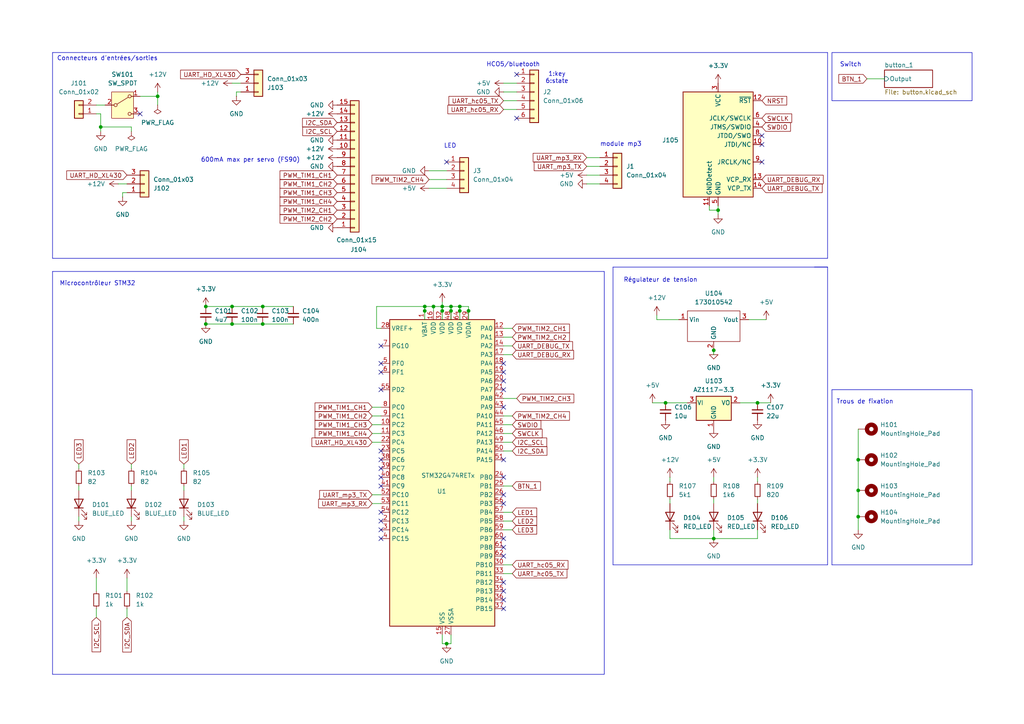
<source format=kicad_sch>
(kicad_sch (version 20231120) (generator "eeschema") (generator_version "8.0")
  (paper "A4")
  (title_block (title "Projet Corps") (date "2024-03-07") (rev "1.0") (company "ENSEA"))
  (lib_symbols
    (symbol "+5V_1" (power) (pin_numbers hide) (pin_names (offset 0) hide)
      (property "Value" "+5V" (at 0 3.556 0))
      (symbol "+5V_1_1_1"
        (pin power_in line (at 0 0 90) (length 0) (name "~") (number "1"))
      )
    )
    (symbol "+5V_2" (power) (pin_numbers hide) (pin_names (offset 0) hide)
      (property "Value" "+5V" (at 0 3.556 0))
      (symbol "+5V_2_1_1"
        (pin power_in line (at 0 0 90) (length 0) (name "~") (number "1"))
      )
    )
    (symbol "+5V_3" (power) (pin_numbers hide) (pin_names (offset 0) hide)
      (property "Value" "+5V" (at 0 3.556 0))
      (symbol "+5V_3_1_1"
        (pin power_in line (at 0 0 90) (length 0) (name "~") (number "1"))
      )
    )
    (symbol "173010542_1"
      (property "Reference" "U" (at -5.842 5.334 0))
      (property "Value" "173010542" (at 0 0 0))
      (symbol "173010542_1_1_1"
        (pin power_in line (at -10.16 1.27 0) (length 2.54) (name "Vin") (number "1"))
        (pin power_in line (at 0 -7.62 90) (length 2.54) (name "GND") (number "2"))
        (pin power_out line (at 10.16 1.27 180) (length 2.54) (name "Vout") (number "3"))
      )
    )
    (symbol "Connector:Conn_ST_STDC14"
      (property "Reference" "J" (at -8.89 16.51 0))
      (property "Value" "Conn_ST_STDC14" (at 17.78 16.51 0))
      (symbol "Conn_ST_STDC14_1_1"
        (pin no_connect line (at -10.16 5.08 0) (length 2.54) hide (name "NC") (number "1"))
        (pin output line (at 12.7 0 180) (length 2.54) (name "JTDI/NC") (number "10"))
        (pin passive line (at -2.54 -17.78 90) (length 2.54) (name "GNDDetect") (number "11"))
        (pin open_collector line (at 12.7 12.7 180) (length 2.54) (name "~{RST}") (number "12"))
        (pin output line (at 12.7 -10.16 180) (length 2.54) (name "VCP_RX") (number "13"))
        (pin input line (at 12.7 -12.7 180) (length 2.54) (name "VCP_TX") (number "14"))
        (pin no_connect line (at -10.16 2.54 0) (length 2.54) hide (name "NC") (number "2"))
        (pin power_in line (at 0 17.78 270) (length 2.54) (name "VCC") (number "3"))
        (pin bidirectional line (at 12.7 5.08 180) (length 2.54) (name "JTMS/SWDIO") (number "4"))
        (pin power_in line (at 0 -17.78 90) (length 2.54) (name "GND") (number "5"))
        (pin output line (at 12.7 7.62 180) (length 2.54) (name "JCLK/SWCLK") (number "6"))
        (pin passive line (at 0 -17.78 90) (length 2.54) hide (name "GND") (number "7"))
        (pin input line (at 12.7 2.54 180) (length 2.54) (name "JTDO/SWO") (number "8"))
        (pin input line (at 12.7 -5.08 180) (length 2.54) (name "JRCLK/NC") (number "9"))
      )
    )
    (symbol "Connector_Generic:Conn_01x02" (pin_names (offset 1.016) hide)
      (property "Reference" "J" (at 0 2.54 0))
      (property "Value" "Conn_01x02" (at 0 -5.08 0))
      (symbol "Conn_01x02_1_1"
        (pin passive line (at -5.08 0 0) (length 3.81) (name "Pin_1") (number "1"))
        (pin passive line (at -5.08 -2.54 0) (length 3.81) (name "Pin_2") (number "2"))
      )
    )
    (symbol "Connector_Generic:Conn_01x03" (pin_names (offset 1.016) hide)
      (property "Reference" "J" (at 0 5.08 0))
      (property "Value" "Conn_01x03" (at 0 -5.08 0))
      (symbol "Conn_01x03_1_1"
        (pin passive line (at -5.08 2.54 0) (length 3.81) (name "Pin_1") (number "1"))
        (pin passive line (at -5.08 0 0) (length 3.81) (name "Pin_2") (number "2"))
        (pin passive line (at -5.08 -2.54 0) (length 3.81) (name "Pin_3") (number "3"))
      )
    )
    (symbol "Connector_Generic:Conn_01x04" (pin_names (offset 1.016) hide)
      (property "Reference" "J" (at 0 5.08 0))
      (property "Value" "Conn_01x04" (at 0 -7.62 0))
      (symbol "Conn_01x04_1_1"
        (pin passive line (at -5.08 2.54 0) (length 3.81) (name "Pin_1") (number "1"))
        (pin passive line (at -5.08 0 0) (length 3.81) (name "Pin_2") (number "2"))
        (pin passive line (at -5.08 -2.54 0) (length 3.81) (name "Pin_3") (number "3"))
        (pin passive line (at -5.08 -5.08 0) (length 3.81) (name "Pin_4") (number "4"))
      )
    )
    (symbol "Connector_Generic:Conn_01x06" (pin_names (offset 1.016) hide)
      (property "Reference" "J" (at 0 7.62 0))
      (property "Value" "Conn_01x06" (at 0 -10.16 0))
      (symbol "Conn_01x06_1_1"
        (pin passive line (at -5.08 5.08 0) (length 3.81) (name "Pin_1") (number "1"))
        (pin passive line (at -5.08 2.54 0) (length 3.81) (name "Pin_2") (number "2"))
        (pin passive line (at -5.08 0 0) (length 3.81) (name "Pin_3") (number "3"))
        (pin passive line (at -5.08 -2.54 0) (length 3.81) (name "Pin_4") (number "4"))
        (pin passive line (at -5.08 -5.08 0) (length 3.81) (name "Pin_5") (number "5"))
        (pin passive line (at -5.08 -7.62 0) (length 3.81) (name "Pin_6") (number "6"))
      )
    )
    (symbol "Connector_Generic:Conn_01x15" (pin_names (offset 1.016) hide)
      (property "Reference" "J" (at 0 20.32 0))
      (property "Value" "Conn_01x15" (at 0 -20.32 0))
      (symbol "Conn_01x15_1_1"
        (pin passive line (at -5.08 17.78 0) (length 3.81) (name "Pin_1") (number "1"))
        (pin passive line (at -5.08 -5.08 0) (length 3.81) (name "Pin_10") (number "10"))
        (pin passive line (at -5.08 -7.62 0) (length 3.81) (name "Pin_11") (number "11"))
        (pin passive line (at -5.08 -10.16 0) (length 3.81) (name "Pin_12") (number "12"))
        (pin passive line (at -5.08 -12.7 0) (length 3.81) (name "Pin_13") (number "13"))
        (pin passive line (at -5.08 -15.24 0) (length 3.81) (name "Pin_14") (number "14"))
        (pin passive line (at -5.08 -17.78 0) (length 3.81) (name "Pin_15") (number "15"))
        (pin passive line (at -5.08 15.24 0) (length 3.81) (name "Pin_2") (number "2"))
        (pin passive line (at -5.08 12.7 0) (length 3.81) (name "Pin_3") (number "3"))
        (pin passive line (at -5.08 10.16 0) (length 3.81) (name "Pin_4") (number "4"))
        (pin passive line (at -5.08 7.62 0) (length 3.81) (name "Pin_5") (number "5"))
        (pin passive line (at -5.08 5.08 0) (length 3.81) (name "Pin_6") (number "6"))
        (pin passive line (at -5.08 2.54 0) (length 3.81) (name "Pin_7") (number "7"))
        (pin passive line (at -5.08 0 0) (length 3.81) (name "Pin_8") (number "8"))
        (pin passive line (at -5.08 -2.54 0) (length 3.81) (name "Pin_9") (number "9"))
      )
    )
    (symbol "Device:C_Small" (pin_numbers hide) (pin_names (offset 0.254) hide)
      (property "Reference" "C" (at 0.254 1.778 0))
      (property "Value" "C_Small" (at 0.254 -2.032 0))
      (symbol "C_Small_1_1"
        (pin passive line (at 0 2.54 270) (length 2.032) (name "~") (number "1"))
        (pin passive line (at 0 -2.54 90) (length 2.032) (name "~") (number "2"))
      )
    )
    (symbol "Device:LED" (pin_numbers hide) (pin_names (offset 1.016) hide)
      (property "Reference" "D" (at 0 2.54 0))
      (property "Value" "LED" (at 0 -2.54 0))
      (symbol "LED_1_1"
        (pin passive line (at -3.81 0 0) (length 2.54) (name "K") (number "1"))
        (pin passive line (at 3.81 0 180) (length 2.54) (name "A") (number "2"))
      )
    )
    (symbol "Device:R_Small" (pin_numbers hide) (pin_names (offset 0.254) hide)
      (property "Reference" "R" (at 0.762 0.508 0))
      (property "Value" "R_Small" (at 0.762 -1.016 0))
      (symbol "R_Small_1_1"
        (pin passive line (at 0 2.54 270) (length 0.762) (name "~") (number "1"))
        (pin passive line (at 0 -2.54 90) (length 0.762) (name "~") (number "2"))
      )
    )
    (symbol "GND_1" (power) (pin_numbers hide) (pin_names (offset 0) hide)
      (property "Value" "GND" (at 0 -3.81 0))
      (symbol "GND_1_1_1"
        (pin power_in line (at 0 0 270) (length 0) (name "~") (number "1"))
      )
    )
    (symbol "GND_2" (power) (pin_numbers hide) (pin_names (offset 0) hide)
      (property "Value" "GND" (at 0 -3.81 0))
      (symbol "GND_2_1_1"
        (pin power_in line (at 0 0 270) (length 0) (name "~") (number "1"))
      )
    )
    (symbol "GND_3" (power) (pin_numbers hide) (pin_names (offset 0) hide)
      (property "Value" "GND" (at 0 -3.81 0))
      (symbol "GND_3_1_1"
        (pin power_in line (at 0 0 270) (length 0) (name "~") (number "1"))
      )
    )
    (symbol "GND_4" (power) (pin_numbers hide) (pin_names (offset 0) hide)
      (property "Value" "GND" (at 0 -3.81 0))
      (symbol "GND_4_1_1"
        (pin power_in line (at 0 0 270) (length 0) (name "~") (number "1"))
      )
    )
    (symbol "MCU_ST_STM32G4:STM32G474RETx"
      (property "Reference" "U" (at -15.24 46.99 0))
      (property "Value" "STM32G474RETx" (at 10.16 46.99 0))
      (symbol "STM32G474RETx_1_1"
        (pin power_in line (at -5.08 48.26 270) (length 2.54) (name "VBAT") (number "1"))
        (pin bidirectional line (at -17.78 15.24 0) (length 2.54) (name "PC2") (number "10"))
        (pin bidirectional line (at -17.78 12.7 0) (length 2.54) (name "PC3") (number "11"))
        (pin bidirectional line (at 17.78 43.18 180) (length 2.54) (name "PA0") (number "12"))
        (pin bidirectional line (at 17.78 40.64 180) (length 2.54) (name "PA1") (number "13"))
        (pin bidirectional line (at 17.78 38.1 180) (length 2.54) (name "PA2") (number "14"))
        (pin power_in line (at 0 -45.72 90) (length 2.54) (name "VSS") (number "15"))
        (pin power_in line (at -2.54 48.26 270) (length 2.54) (name "VDD") (number "16"))
        (pin bidirectional line (at 17.78 35.56 180) (length 2.54) (name "PA3") (number "17"))
        (pin bidirectional line (at 17.78 33.02 180) (length 2.54) (name "PA4") (number "18"))
        (pin bidirectional line (at 17.78 30.48 180) (length 2.54) (name "PA5") (number "19"))
        (pin bidirectional line (at -17.78 -12.7 0) (length 2.54) (name "PC13") (number "2"))
        (pin bidirectional line (at 17.78 27.94 180) (length 2.54) (name "PA6") (number "20"))
        (pin bidirectional line (at 17.78 25.4 180) (length 2.54) (name "PA7") (number "21"))
        (pin bidirectional line (at -17.78 10.16 0) (length 2.54) (name "PC4") (number "22"))
        (pin bidirectional line (at -17.78 7.62 0) (length 2.54) (name "PC5") (number "23"))
        (pin bidirectional line (at 17.78 0 180) (length 2.54) (name "PB0") (number "24"))
        (pin bidirectional line (at 17.78 -2.54 180) (length 2.54) (name "PB1") (number "25"))
        (pin bidirectional line (at 17.78 -5.08 180) (length 2.54) (name "PB2") (number "26"))
        (pin power_in line (at 2.54 -45.72 90) (length 2.54) (name "VSSA") (number "27"))
        (pin input line (at -17.78 43.18 0) (length 2.54) (name "VREF+") (number "28"))
        (pin power_in line (at 7.62 48.26 270) (length 2.54) (name "VDDA") (number "29"))
        (pin bidirectional line (at -17.78 -15.24 0) (length 2.54) (name "PC14") (number "3"))
        (pin bidirectional line (at 17.78 -25.4 180) (length 2.54) (name "PB10") (number "30"))
        (pin passive line (at 0 -45.72 90) (length 2.54) hide (name "VSS") (number "31"))
        (pin power_in line (at 0 48.26 270) (length 2.54) (name "VDD") (number "32"))
        (pin bidirectional line (at 17.78 -27.94 180) (length 2.54) (name "PB11") (number "33"))
        (pin bidirectional line (at 17.78 -30.48 180) (length 2.54) (name "PB12") (number "34"))
        (pin bidirectional line (at 17.78 -33.02 180) (length 2.54) (name "PB13") (number "35"))
        (pin bidirectional line (at 17.78 -35.56 180) (length 2.54) (name "PB14") (number "36"))
        (pin bidirectional line (at 17.78 -38.1 180) (length 2.54) (name "PB15") (number "37"))
        (pin bidirectional line (at -17.78 5.08 0) (length 2.54) (name "PC6") (number "38"))
        (pin bidirectional line (at -17.78 2.54 0) (length 2.54) (name "PC7") (number "39"))
        (pin bidirectional line (at -17.78 -17.78 0) (length 2.54) (name "PC15") (number "4"))
        (pin bidirectional line (at -17.78 0 0) (length 2.54) (name "PC8") (number "40"))
        (pin bidirectional line (at -17.78 -2.54 0) (length 2.54) (name "PC9") (number "41"))
        (pin bidirectional line (at 17.78 22.86 180) (length 2.54) (name "PA8") (number "42"))
        (pin bidirectional line (at 17.78 20.32 180) (length 2.54) (name "PA9") (number "43"))
        (pin bidirectional line (at 17.78 17.78 180) (length 2.54) (name "PA10") (number "44"))
        (pin bidirectional line (at 17.78 15.24 180) (length 2.54) (name "PA11") (number "45"))
        (pin bidirectional line (at 17.78 12.7 180) (length 2.54) (name "PA12") (number "46"))
        (pin passive line (at 0 -45.72 90) (length 2.54) hide (name "VSS") (number "47"))
        (pin power_in line (at 2.54 48.26 270) (length 2.54) (name "VDD") (number "48"))
        (pin bidirectional line (at 17.78 10.16 180) (length 2.54) (name "PA13") (number "49"))
        (pin bidirectional line (at -17.78 33.02 0) (length 2.54) (name "PF0") (number "5"))
        (pin bidirectional line (at 17.78 7.62 180) (length 2.54) (name "PA14") (number "50"))
        (pin bidirectional line (at 17.78 5.08 180) (length 2.54) (name "PA15") (number "51"))
        (pin bidirectional line (at -17.78 -5.08 0) (length 2.54) (name "PC10") (number "52"))
        (pin bidirectional line (at -17.78 -7.62 0) (length 2.54) (name "PC11") (number "53"))
        (pin bidirectional line (at -17.78 -10.16 0) (length 2.54) (name "PC12") (number "54"))
        (pin bidirectional line (at -17.78 25.4 0) (length 2.54) (name "PD2") (number "55"))
        (pin bidirectional line (at 17.78 -7.62 180) (length 2.54) (name "PB3") (number "56"))
        (pin bidirectional line (at 17.78 -10.16 180) (length 2.54) (name "PB4") (number "57"))
        (pin bidirectional line (at 17.78 -12.7 180) (length 2.54) (name "PB5") (number "58"))
        (pin bidirectional line (at 17.78 -15.24 180) (length 2.54) (name "PB6") (number "59"))
        (pin bidirectional line (at -17.78 30.48 0) (length 2.54) (name "PF1") (number "6"))
        (pin bidirectional line (at 17.78 -17.78 180) (length 2.54) (name "PB7") (number "60"))
        (pin bidirectional line (at 17.78 -20.32 180) (length 2.54) (name "PB8") (number "61"))
        (pin bidirectional line (at 17.78 -22.86 180) (length 2.54) (name "PB9") (number "62"))
        (pin passive line (at 0 -45.72 90) (length 2.54) hide (name "VSS") (number "63"))
        (pin power_in line (at 5.08 48.26 270) (length 2.54) (name "VDD") (number "64"))
        (pin bidirectional line (at -17.78 38.1 0) (length 2.54) (name "PG10") (number "7"))
        (pin bidirectional line (at -17.78 20.32 0) (length 2.54) (name "PC0") (number "8"))
        (pin bidirectional line (at -17.78 17.78 0) (length 2.54) (name "PC1") (number "9"))
      )
    )
    (symbol "Mechanical:MountingHole_Pad" (pin_numbers hide) (pin_names (offset 1.016) hide)
      (property "Reference" "H" (at 0 6.35 0))
      (property "Value" "MountingHole_Pad" (at 0 4.445 0))
      (symbol "MountingHole_Pad_1_1"
        (pin input line (at 0 -2.54 90) (length 2.54) (name "1") (number "1"))
      )
    )
    (symbol "Regulator_Linear:AZ1117-3.3" (pin_names (offset 0.254))
      (property "Reference" "U" (at -3.81 3.175 0))
      (property "Value" "AZ1117-3.3" (at 0 3.175 0))
      (symbol "AZ1117-3.3_1_1"
        (pin power_in line (at 0 -7.62 90) (length 2.54) (name "GND") (number "1"))
        (pin power_out line (at 7.62 0 180) (length 2.54) (name "VO") (number "2"))
        (pin power_in line (at -7.62 0 0) (length 2.54) (name "VI") (number "3"))
      )
    )
    (symbol "Switch:SW_SPDT" (pin_names (offset 0) hide)
      (property "Reference" "SW" (at 0 5.08 0))
      (property "Value" "SW_SPDT" (at 0 -5.08 0))
      (symbol "SW_SPDT_1_1"
        (pin passive line (at 5.08 2.54 180) (length 2.54) (name "A") (number "1"))
        (pin passive line (at -5.08 0 0) (length 2.54) (name "B") (number "2"))
        (pin passive line (at 5.08 -2.54 180) (length 2.54) (name "C") (number "3"))
      )
    )
    (symbol "power:+12V" (power) (pin_numbers hide) (pin_names (offset 0) hide)
      (property "Value" "+12V" (at 0 3.556 0))
      (symbol "+12V_1_1"
        (pin power_in line (at 0 0 90) (length 0) (name "~") (number "1"))
      )
    )
    (symbol "power:+3.3V" (power) (pin_names (offset 0))
      (property "Value" "+3.3V" (at 0 3.556 0))
      (symbol "+3.3V_1_1"
        (pin power_in line (at 0 0 90) (length 0) hide (name "+3.3V") (number "1"))
      )
    )
    (symbol "power:+5V" (power) (pin_names (offset 0))
      (property "Value" "+5V" (at 0 3.556 0))
      (symbol "+5V_1_1"
        (pin power_in line (at 0 0 90) (length 0) hide (name "+5V") (number "1"))
      )
    )
    (symbol "power:GND" (power) (pin_names (offset 0))
      (property "Value" "GND" (at 0 -3.81 0))
      (symbol "GND_1_1"
        (pin power_in line (at 0 0 270) (length 0) hide (name "GND") (number "1"))
      )
    )
    (symbol "power:PWR_FLAG" (power) (pin_numbers hide) (pin_names (offset 0) hide)
      (property "Value" "PWR_FLAG" (at 0 3.81 0))
      (symbol "PWR_FLAG_0_0"
        (pin power_out line (at 0 0 90) (length 0) (name "~") (number "1"))
      )
    )
  )
  (junction (at 123.19 88.9))
  (junction (at 193.04 116.84))
  (junction (at 207.01 101.6))
  (junction (at 128.27 88.9))
  (junction (at 248.92 142.24))
  (junction (at 208.28 60.96))
  (junction (at 59.69 88.9))
  (junction (at 128.27 90.17))
  (junction (at 129.54 186.69))
  (junction (at 125.73 88.9))
  (junction (at 130.81 88.9))
  (junction (at 76.2 88.9))
  (junction (at 130.81 90.17))
  (junction (at 219.71 116.84))
  (junction (at 67.31 88.9))
  (junction (at 207.01 156.21))
  (junction (at 248.92 133.35))
  (junction (at 133.35 90.17))
  (junction (at 135.89 90.17))
  (junction (at 76.2 93.98))
  (junction (at 59.69 93.98))
  (junction (at 45.72 27.94))
  (junction (at 123.19 90.17))
  (junction (at 133.35 88.9))
  (junction (at 67.31 93.98))
  (junction (at 29.21 36.83))
  (junction (at 248.92 149.86))
  (no_connect (at 149.86 34.29))
  (no_connect (at 110.49 105.41))
  (no_connect (at 146.05 113.03))
  (no_connect (at 146.05 176.53))
  (no_connect (at 110.49 107.95))
  (no_connect (at 146.05 110.49))
  (no_connect (at 220.98 46.99))
  (no_connect (at 146.05 161.29))
  (no_connect (at 149.86 21.59))
  (no_connect (at 129.54 46.99))
  (no_connect (at 110.49 135.89))
  (no_connect (at 110.49 151.13))
  (no_connect (at 40.64 33.02))
  (no_connect (at 146.05 118.11))
  (no_connect (at 110.49 148.59))
  (no_connect (at 220.98 39.37))
  (no_connect (at 146.05 133.35))
  (no_connect (at 110.49 130.81))
  (no_connect (at 146.05 146.05))
  (no_connect (at 146.05 156.21))
  (no_connect (at 146.05 168.91))
  (no_connect (at 110.49 113.03))
  (no_connect (at 110.49 156.21))
  (no_connect (at 146.05 143.51))
  (no_connect (at 146.05 138.43))
  (no_connect (at 110.49 100.33))
  (no_connect (at 110.49 153.67))
  (no_connect (at 146.05 173.99))
  (no_connect (at 110.49 140.97))
  (no_connect (at 220.98 41.91))
  (no_connect (at 146.05 105.41))
  (no_connect (at 110.49 133.35))
  (no_connect (at 146.05 158.75))
  (no_connect (at 146.05 171.45))
  (no_connect (at 146.05 107.95))
  (no_connect (at 110.49 138.43))
  (wire (pts (xy 207.01 156.21) (xy 219.71 156.21)))
  (wire (pts (xy 130.81 186.69) (xy 129.54 186.69)))
  (wire (pts (xy 53.34 149.86) (xy 53.34 151.13)))
  (wire (pts (xy 34.29 53.34) (xy 36.83 53.34)))
  (wire (pts (xy 107.95 143.51) (xy 110.49 143.51)))
  (wire (pts (xy 219.71 116.84) (xy 223.52 116.84)))
  (wire (pts (xy 133.35 90.17) (xy 133.35 92.71)))
  (wire (pts (xy 207.01 153.67) (xy 207.01 156.21)))
  (wire (pts (xy 107.95 123.19) (xy 110.49 123.19)))
  (wire (pts (xy 67.31 24.13) (xy 69.85 24.13)))
  (wire (pts (xy 207.01 144.78) (xy 207.01 146.05)))
  (wire (pts (xy 146.05 102.87) (xy 148.59 102.87)))
  (polyline (pts (xy 15.24 74.93) (xy 240.03 74.93)))
  (wire (pts (xy 107.95 118.11) (xy 110.49 118.11)))
  (wire (pts (xy 128.27 88.9) (xy 130.81 88.9)))
  (wire (pts (xy 128.27 88.9) (xy 128.27 90.17)))
  (wire (pts (xy 248.92 149.86) (xy 248.92 153.67)))
  (wire (pts (xy 53.34 134.62) (xy 53.34 135.89)))
  (polyline (pts (xy 240.03 15.24) (xy 15.24 15.24)))
  (polyline (pts (xy 240.03 74.93) (xy 240.03 15.24)))
  (wire (pts (xy 146.05 24.13) (xy 149.86 24.13)))
  (wire (pts (xy 109.22 95.25) (xy 109.22 88.9)))
  (wire (pts (xy 67.31 93.98) (xy 76.2 93.98)))
  (wire (pts (xy 146.05 125.73) (xy 148.59 125.73)))
  (polyline (pts (xy 240.03 163.83) (xy 240.03 77.47)))
  (wire (pts (xy 27.94 33.02) (xy 29.21 33.02)))
  (wire (pts (xy 22.86 140.97) (xy 22.86 142.24)))
  (wire (pts (xy 146.05 120.65) (xy 148.59 120.65)))
  (polyline (pts (xy 177.8 163.83) (xy 240.03 163.83)))
  (wire (pts (xy 170.18 53.34) (xy 173.99 53.34)))
  (wire (pts (xy 135.89 90.17) (xy 135.89 92.71)))
  (wire (pts (xy 59.69 93.98) (xy 67.31 93.98)))
  (wire (pts (xy 146.05 100.33) (xy 148.59 100.33)))
  (wire (pts (xy 107.95 120.65) (xy 110.49 120.65)))
  (wire (pts (xy 146.05 153.67) (xy 148.59 153.67)))
  (wire (pts (xy 251.46 22.86) (xy 256.54 22.86)))
  (wire (pts (xy 109.22 88.9) (xy 123.19 88.9)))
  (wire (pts (xy 133.35 90.17) (xy 133.35 88.9)))
  (wire (pts (xy 205.74 60.96) (xy 208.28 60.96)))
  (wire (pts (xy 248.92 124.46) (xy 248.92 133.35)))
  (wire (pts (xy 190.5 92.71) (xy 196.85 92.71)))
  (wire (pts (xy 219.71 153.67) (xy 219.71 156.21)))
  (wire (pts (xy 146.05 115.57) (xy 149.86 115.57)))
  (wire (pts (xy 135.89 88.9) (xy 133.35 88.9)))
  (wire (pts (xy 107.95 146.05) (xy 110.49 146.05)))
  (wire (pts (xy 133.35 88.9) (xy 130.81 88.9)))
  (polyline (pts (xy 240.03 77.47) (xy 177.8 77.47)))
  (wire (pts (xy 146.05 95.25) (xy 148.59 95.25)))
  (wire (pts (xy 130.81 90.17) (xy 130.81 92.71)))
  (wire (pts (xy 123.19 90.17) (xy 123.19 88.9)))
  (wire (pts (xy 109.22 95.25) (xy 110.49 95.25)))
  (wire (pts (xy 146.05 151.13) (xy 148.59 151.13)))
  (wire (pts (xy 76.2 93.98) (xy 85.09 93.98)))
  (wire (pts (xy 170.18 48.26) (xy 173.99 48.26)))
  (wire (pts (xy 27.94 30.48) (xy 30.48 30.48)))
  (polyline (pts (xy 15.24 78.74) (xy 15.24 195.58)))
  (wire (pts (xy 128.27 88.9) (xy 125.73 88.9)))
  (wire (pts (xy 208.28 59.69) (xy 208.28 60.96)))
  (wire (pts (xy 40.64 27.94) (xy 45.72 27.94)))
  (wire (pts (xy 194.31 144.78) (xy 194.31 146.05)))
  (wire (pts (xy 194.31 156.21) (xy 194.31 153.67)))
  (wire (pts (xy 107.95 128.27) (xy 110.49 128.27)))
  (wire (pts (xy 207.01 138.43) (xy 207.01 139.7)))
  (wire (pts (xy 146.05 123.19) (xy 148.59 123.19)))
  (wire (pts (xy 189.23 116.84) (xy 193.04 116.84)))
  (wire (pts (xy 135.89 90.17) (xy 135.89 88.9)))
  (wire (pts (xy 124.46 52.07) (xy 129.54 52.07)))
  (wire (pts (xy 146.05 29.21) (xy 149.86 29.21)))
  (wire (pts (xy 36.83 167.64) (xy 36.83 171.45)))
  (wire (pts (xy 68.58 26.67) (xy 68.58 27.94)))
  (polyline (pts (xy 15.24 195.58) (xy 175.26 195.58)))
  (wire (pts (xy 219.71 138.43) (xy 219.71 139.7)))
  (wire (pts (xy 36.83 55.88) (xy 35.56 55.88)))
  (wire (pts (xy 124.46 54.61) (xy 129.54 54.61)))
  (wire (pts (xy 170.18 45.72) (xy 173.99 45.72)))
  (wire (pts (xy 146.05 163.83) (xy 148.59 163.83)))
  (wire (pts (xy 59.69 88.9) (xy 67.31 88.9)))
  (polyline (pts (xy 175.26 195.58) (xy 175.26 78.74)))
  (wire (pts (xy 22.86 134.62) (xy 22.86 135.89)))
  (wire (pts (xy 190.5 91.44) (xy 190.5 92.71)))
  (polyline (pts (xy 241.3 113.03) (xy 281.94 113.03)))
  (wire (pts (xy 219.71 144.78) (xy 219.71 146.05)))
  (wire (pts (xy 130.81 88.9) (xy 130.81 90.17)))
  (wire (pts (xy 146.05 140.97) (xy 148.59 140.97)))
  (wire (pts (xy 128.27 87.63) (xy 128.27 88.9)))
  (polyline (pts (xy 236.22 77.47) (xy 240.03 77.47)))
  (wire (pts (xy 124.46 49.53) (xy 129.54 49.53)))
  (polyline (pts (xy 241.3 113.03) (xy 241.3 163.83)))
  (wire (pts (xy 248.92 142.24) (xy 248.92 149.86)))
  (wire (pts (xy 207.01 156.21) (xy 194.31 156.21)))
  (wire (pts (xy 38.1 140.97) (xy 38.1 142.24)))
  (wire (pts (xy 123.19 88.9) (xy 125.73 88.9)))
  (wire (pts (xy 146.05 26.67) (xy 149.86 26.67)))
  (wire (pts (xy 217.17 92.71) (xy 222.25 92.71)))
  (wire (pts (xy 146.05 130.81) (xy 148.59 130.81)))
  (wire (pts (xy 35.56 55.88) (xy 35.56 57.15)))
  (wire (pts (xy 38.1 38.1) (xy 38.1 36.83)))
  (wire (pts (xy 170.18 50.8) (xy 173.99 50.8)))
  (wire (pts (xy 128.27 184.15) (xy 128.27 186.69)))
  (wire (pts (xy 146.05 148.59) (xy 148.59 148.59)))
  (wire (pts (xy 146.05 31.75) (xy 149.86 31.75)))
  (wire (pts (xy 29.21 36.83) (xy 38.1 36.83)))
  (wire (pts (xy 205.74 59.69) (xy 205.74 60.96)))
  (wire (pts (xy 76.2 88.9) (xy 85.09 88.9)))
  (wire (pts (xy 69.85 26.67) (xy 68.58 26.67)))
  (wire (pts (xy 248.92 133.35) (xy 248.92 142.24)))
  (wire (pts (xy 27.94 167.64) (xy 27.94 171.45)))
  (polyline (pts (xy 281.94 163.83) (xy 281.94 113.03)))
  (wire (pts (xy 45.72 26.67) (xy 45.72 27.94)))
  (wire (pts (xy 45.72 27.94) (xy 45.72 30.48)))
  (wire (pts (xy 27.94 176.53) (xy 27.94 179.07)))
  (wire (pts (xy 146.05 128.27) (xy 148.59 128.27)))
  (polyline (pts (xy 177.8 77.47) (xy 177.8 163.83)))
  (wire (pts (xy 193.04 116.84) (xy 199.39 116.84)))
  (polyline (pts (xy 241.3 163.83) (xy 281.94 163.83)))
  (wire (pts (xy 53.34 140.97) (xy 53.34 142.24)))
  (wire (pts (xy 38.1 149.86) (xy 38.1 151.13)))
  (polyline (pts (xy 15.24 15.24) (xy 15.24 74.93)))
  (wire (pts (xy 130.81 184.15) (xy 130.81 186.69)))
  (wire (pts (xy 207.01 101.6) (xy 207.01 102.87)))
  (wire (pts (xy 29.21 36.83) (xy 29.21 38.1)))
  (wire (pts (xy 67.31 88.9) (xy 76.2 88.9)))
  (wire (pts (xy 107.95 125.73) (xy 110.49 125.73)))
  (wire (pts (xy 194.31 138.43) (xy 194.31 139.7)))
  (wire (pts (xy 214.63 116.84) (xy 219.71 116.84)))
  (wire (pts (xy 38.1 134.62) (xy 38.1 135.89)))
  (wire (pts (xy 146.05 97.79) (xy 148.59 97.79)))
  (wire (pts (xy 36.83 176.53) (xy 36.83 179.07)))
  (wire (pts (xy 128.27 186.69) (xy 129.54 186.69)))
  (polyline (pts (xy 15.24 78.74) (xy 175.26 78.74)))
  (wire (pts (xy 125.73 88.9) (xy 125.73 90.17)))
  (wire (pts (xy 29.21 33.02) (xy 29.21 36.83)))
  (wire (pts (xy 123.19 90.17) (xy 123.19 92.71)))
  (wire (pts (xy 208.28 60.96) (xy 208.28 62.23)))
  (wire (pts (xy 146.05 166.37) (xy 148.59 166.37)))
  (wire (pts (xy 128.27 90.17) (xy 128.27 92.71)))
  (wire (pts (xy 22.86 149.86) (xy 22.86 151.13)))
  (rectangle (start 241.3 15.24) (end 281.94 29.21))
  (text "HCO5/bluetooth\n" (at 148.844 18.796 0) (effects (font (size 1.27 1.27))))
  (text "600mA max per servo (FS90)" (at 72.644 46.482 0) (effects (font (size 1.27 1.27))))
  (text "module mp3\n\n\n\n" (at 180.086 44.958 0) (effects (font (size 1.27 1.27))))
  (text "Microcontrôleur STM32" (at 17.272 83.058 0) (effects (font (size 1.27 1.27)) (justify left bottom)))
  (text "Switch\n" (at 243.586 19.558 0) (effects (font (size 1.27 1.27)) (justify left bottom)))
  (text "Connecteurs d'entrées/sorties" (at 16.51 17.78 0) (effects (font (size 1.27 1.27)) (justify left bottom)))
  (text "Trous de fixation" (at 242.57 117.348 0) (effects (font (size 1.27 1.27)) (justify left bottom)))
  (text "1:key\n6:state\n" (at 161.544 22.606 0) (effects (font (size 1.27 1.27))))
  (text "LED\n" (at 130.556 42.418 0) (effects (font (size 1.27 1.27))))
  (text "Régulateur de tension\n" (at 180.848 82.042 0) (effects (font (size 1.27 1.27)) (justify left bottom)))
  (global_label "UART_HD_XL430" (shape input) (at 69.85 21.59 180) (property "Intersheetrefs" "${INTERSHEET_REFS}" (effects (hide yes))))
  (global_label "PWM_TIM1_CH2" (shape input) (at 97.79 53.34 180) (property "Intersheetrefs" "${INTERSHEET_REFS}" (effects (hide yes))))
  (global_label "I2C_SDA" (shape input) (at 148.59 130.81 0) (property "Intersheetrefs" "${INTERSHEET_REFS}" (effects (hide yes))))
  (global_label "NRST" (shape input) (at 220.98 29.21 0) (property "Intersheetrefs" "${INTERSHEET_REFS}" (effects (hide yes))))
  (global_label "LED1" (shape input) (at 53.34 134.62 90) (property "Intersheetrefs" "${INTERSHEET_REFS}" (effects (hide yes))))
  (global_label "SWCLK" (shape input) (at 148.59 125.73 0) (property "Intersheetrefs" "${INTERSHEET_REFS}" (effects (hide yes))))
  (global_label "UART_hc05_TX" (shape input) (at 146.05 29.21 180) (property "Intersheetrefs" "${INTERSHEET_REFS}" (effects (hide yes))))
  (global_label "PWM_TIM2_CH3" (shape input) (at 149.86 115.57 0) (property "Intersheetrefs" "${INTERSHEET_REFS}" (effects (hide yes))))
  (global_label "UART_mp3_RX" (shape input) (at 107.95 146.05 180) (property "Intersheetrefs" "${INTERSHEET_REFS}" (effects (hide yes))))
  (global_label "I2C_SCL" (shape input) (at 148.59 128.27 0) (property "Intersheetrefs" "${INTERSHEET_REFS}" (effects (hide yes))))
  (global_label "UART_mp3_RX" (shape input) (at 170.18 45.72 180) (property "Intersheetrefs" "${INTERSHEET_REFS}" (effects (hide yes))))
  (global_label "BTN_1" (shape input) (at 148.59 140.97 0) (property "Intersheetrefs" "${INTERSHEET_REFS}" (effects (hide yes))))
  (global_label "SWCLK" (shape input) (at 220.98 34.29 0) (property "Intersheetrefs" "${INTERSHEET_REFS}" (effects (hide yes))))
  (global_label "UART_hc05_RX" (shape input) (at 148.59 163.83 0) (property "Intersheetrefs" "${INTERSHEET_REFS}" (effects (hide yes))))
  (global_label "PWM_TIM1_CH3" (shape input) (at 107.95 123.19 180) (property "Intersheetrefs" "${INTERSHEET_REFS}" (effects (hide yes))))
  (global_label "PWM_TIM2_CH2" (shape input) (at 148.59 97.79 0) (property "Intersheetrefs" "${INTERSHEET_REFS}" (effects (hide yes))))
  (global_label "PWM_TIM1_CH2" (shape input) (at 107.95 120.65 180) (property "Intersheetrefs" "${INTERSHEET_REFS}" (effects (hide yes))))
  (global_label "PWM_TIM1_CH4" (shape input) (at 107.95 125.73 180) (property "Intersheetrefs" "${INTERSHEET_REFS}" (effects (hide yes))))
  (global_label "BTN_1" (shape input) (at 251.46 22.86 180) (property "Intersheetrefs" "${INTERSHEET_REFS}" (effects (hide yes))))
  (global_label "LED3" (shape input) (at 22.86 134.62 90) (property "Intersheetrefs" "${INTERSHEET_REFS}" (effects (hide yes))))
  (global_label "PWM_TIM1_CH1" (shape input) (at 97.79 50.8 180) (property "Intersheetrefs" "${INTERSHEET_REFS}" (effects (hide yes))))
  (global_label "UART_HD_XL430" (shape input) (at 107.95 128.27 180) (property "Intersheetrefs" "${INTERSHEET_REFS}" (effects (hide yes))))
  (global_label "SWDIO" (shape input) (at 220.98 36.83 0) (property "Intersheetrefs" "${INTERSHEET_REFS}" (effects (hide yes))))
  (global_label "I2C_SDA" (shape input) (at 36.83 179.07 270) (property "Intersheetrefs" "${INTERSHEET_REFS}" (effects (hide yes))))
  (global_label "I2C_SDA" (shape input) (at 97.79 35.56 180) (property "Intersheetrefs" "${INTERSHEET_REFS}" (effects (hide yes))))
  (global_label "PWM_TIM1_CH1" (shape input) (at 107.95 118.11 180) (property "Intersheetrefs" "${INTERSHEET_REFS}" (effects (hide yes))))
  (global_label "UART_hc05_TX" (shape input) (at 148.59 166.37 0) (property "Intersheetrefs" "${INTERSHEET_REFS}" (effects (hide yes))))
  (global_label "LED2" (shape input) (at 148.59 151.13 0) (property "Intersheetrefs" "${INTERSHEET_REFS}" (effects (hide yes))))
  (global_label "UART_DEBUG_RX" (shape input) (at 220.98 52.07 0) (property "Intersheetrefs" "${INTERSHEET_REFS}" (effects (hide yes))))
  (global_label "LED1" (shape input) (at 148.59 148.59 0) (property "Intersheetrefs" "${INTERSHEET_REFS}" (effects (hide yes))))
  (global_label "LED2" (shape input) (at 38.1 134.62 90) (property "Intersheetrefs" "${INTERSHEET_REFS}" (effects (hide yes))))
  (global_label "UART_HD_XL430" (shape input) (at 36.83 50.8 180) (property "Intersheetrefs" "${INTERSHEET_REFS}" (effects (hide yes))))
  (global_label "I2C_SCL" (shape input) (at 97.79 38.1 180) (property "Intersheetrefs" "${INTERSHEET_REFS}" (effects (hide yes))))
  (global_label "PWM_TIM1_CH3" (shape input) (at 97.79 55.88 180) (property "Intersheetrefs" "${INTERSHEET_REFS}" (effects (hide yes))))
  (global_label "PWM_TIM2_CH1" (shape input) (at 97.79 60.96 180) (property "Intersheetrefs" "${INTERSHEET_REFS}" (effects (hide yes))))
  (global_label "PWM_TIM2_CH4" (shape input) (at 124.46 52.07 180) (property "Intersheetrefs" "${INTERSHEET_REFS}" (effects (hide yes))))
  (global_label "UART_mp3_TX" (shape input) (at 107.95 143.51 180) (property "Intersheetrefs" "${INTERSHEET_REFS}" (effects (hide yes))))
  (global_label "UART_DEBUG_TX" (shape input) (at 220.98 54.61 0) (property "Intersheetrefs" "${INTERSHEET_REFS}" (effects (hide yes))))
  (global_label "PWM_TIM1_CH4" (shape input) (at 97.79 58.42 180) (property "Intersheetrefs" "${INTERSHEET_REFS}" (effects (hide yes))))
  (global_label "SWDIO" (shape input) (at 148.59 123.19 0) (property "Intersheetrefs" "${INTERSHEET_REFS}" (effects (hide yes))))
  (global_label "UART_DEBUG_TX" (shape input) (at 148.59 100.33 0) (property "Intersheetrefs" "${INTERSHEET_REFS}" (effects (hide yes))))
  (global_label "PWM_TIM2_CH1" (shape input) (at 148.59 95.25 0) (property "Intersheetrefs" "${INTERSHEET_REFS}" (effects (hide yes))))
  (global_label "LED3" (shape input) (at 148.59 153.67 0) (property "Intersheetrefs" "${INTERSHEET_REFS}" (effects (hide yes))))
  (global_label "PWM_TIM2_CH4" (shape input) (at 148.59 120.65 0) (property "Intersheetrefs" "${INTERSHEET_REFS}" (effects (hide yes))))
  (global_label "UART_mp3_TX" (shape input) (at 170.18 48.26 180) (property "Intersheetrefs" "${INTERSHEET_REFS}" (effects (hide yes))))
  (global_label "UART_hc05_RX" (shape input) (at 146.05 31.75 180) (property "Intersheetrefs" "${INTERSHEET_REFS}" (effects (hide yes))))
  (global_label "I2C_SCL" (shape input) (at 27.94 179.07 270) (property "Intersheetrefs" "${INTERSHEET_REFS}" (effects (hide yes))))
  (global_label "PWM_TIM2_CH2" (shape input) (at 97.79 63.5 180) (property "Intersheetrefs" "${INTERSHEET_REFS}" (effects (hide yes))))
  (global_label "UART_DEBUG_RX" (shape input) (at 148.59 102.87 0) (property "Intersheetrefs" "${INTERSHEET_REFS}" (effects (hide yes))))
  (symbol (lib_id "Device:C_Small") (at 219.71 119.38 0) (unit 1)
    (property "Reference" "C107" (at 222.25 118.1163 0) (effects (justify left)))
    (property "Value" "22u" (at 222.25 120.6563 0) (effects (justify left)))
    (property "Footprint" "Capacitor_SMD:C_Elec_5x5.4" (effects (hide yes)))
  )
  (symbol (lib_id "power:+3.3V") (at 36.83 167.64 0) (unit 1)
    (property "Reference" "#PWR0105" (effects (hide yes)))
    (property "Value" "+3.3V" (at 36.83 162.56 0))
  )
  (symbol (lib_name "GND_1") (lib_id "power:GND") (at 97.79 40.64 270) (unit 1)
    (property "Reference" "#PWR0115" (effects (hide yes)))
    (property "Value" "GND" (at 93.98 40.6399 90) (effects (justify right)))
    (property "Description" "Power symbol creates a global label with name \"GND\" , ground" (effects (hide yes)))
  )
  (symbol (lib_id "Connector_Generic:Conn_01x15") (at 102.87 48.26 0) (mirror x) (unit 1)
    (property "Reference" "J104" (at 101.6 72.39 0) (effects (justify left)))
    (property "Value" "Conn_01x15" (at 97.536 69.596 0) (effects (justify left)))
    (property "Footprint" "libs:CONN15_31321_WRE" (effects (hide yes)))
    (property "Datasheet" "https://www.we-online.com/components/products/datasheet/618015231421.pdf" (effects (hide yes)))
    (property "Description" "Generic connector, single row, 01x15, script generated (kicad-library-utils/schlib/autogen/connector/)" (effects (hide yes)))
    (property "MPN" "618015231421" (effects (hide yes)))
  )
  (symbol (lib_id "Device:R_Small") (at 53.34 138.43 0) (unit 1)
    (property "Reference" "R105" (at 55.88 137.1599 0) (effects (justify left)))
    (property "Value" "82" (at 55.88 139.6999 0) (effects (justify left)))
    (property "Footprint" "Resistor_SMD:R_0402_1005Metric" (effects (hide yes)))
    (property "Description" "Resistor, small symbol" (effects (hide yes)))
  )
  (symbol (lib_id "Device:R_Small") (at 194.31 142.24 0) (unit 1)
    (property "Reference" "R107" (at 196.85 140.9699 0) (effects (justify left)))
    (property "Value" "5k1" (at 196.85 143.5099 0) (effects (justify left)))
    (property "Footprint" "Resistor_SMD:R_0402_1005Metric" (effects (hide yes)))
    (property "Description" "Resistor, small symbol" (effects (hide yes)))
  )
  (symbol (lib_id "Device:R_Small") (at 219.71 142.24 0) (unit 1)
    (property "Reference" "R109" (at 222.25 140.9699 0) (effects (justify left)))
    (property "Value" "820" (at 222.25 143.5099 0) (effects (justify left)))
    (property "Footprint" "Resistor_SMD:R_0402_1005Metric" (effects (hide yes)))
    (property "Description" "Resistor, small symbol" (effects (hide yes)))
  )
  (symbol (lib_id "Connector_Generic:Conn_01x03") (at 74.93 24.13 0) (mirror x) (unit 1)
    (property "Reference" "J103" (at 77.47 25.4001 0) (effects (justify left)))
    (property "Value" "Conn_01x03" (at 77.47 22.8601 0) (effects (justify left)))
    (property "Footprint" "Connector_JST:JST_EH_B3B-EH-A_1x03_P2.50mm_Vertical" (effects (hide yes)))
    (property "Description" "Generic connector, single row, 01x03, script generated (kicad-library-utils/schlib/autogen/connector/)" (effects (hide yes)))
  )
  (symbol (lib_name "GND_4") (lib_id "power:GND") (at 170.18 53.34 270) (unit 1)
    (property "Reference" "#PWR06" (effects (hide yes)))
    (property "Value" "GND" (at 166.37 53.3399 90) (effects (justify right)))
    (property "Description" "Power symbol creates a global label with name \"GND\" , ground" (effects (hide yes)))
  )
  (symbol (lib_id "power:+12V") (at 97.79 43.18 90) (unit 1)
    (property "Reference" "#PWR0116" (effects (hide yes)))
    (property "Value" "+12V" (at 93.98 43.1799 90) (effects (justify left)))
    (property "Description" "Power symbol creates a global label with name \"+12V\"" (effects (hide yes)))
  )
  (symbol (lib_id "power:GND") (at 208.28 62.23 0) (unit 1)
    (property "Reference" "#PWR0125" (effects (hide yes)))
    (property "Value" "GND" (at 208.28 67.31 0))
  )
  (symbol (lib_id "Mechanical:MountingHole_Pad") (at 251.46 124.46 270) (unit 1)
    (property "Reference" "H101" (at 255.27 123.19 90) (effects (justify left)))
    (property "Value" "MountingHole_Pad" (at 255.27 125.73 90) (effects (justify left)))
    (property "Footprint" "MountingHole:MountingHole_3.2mm_M3_Pad_Via" (effects (hide yes)))
  )
  (symbol (lib_id "Connector_Generic:Conn_01x06") (at 154.94 26.67 0) (unit 1)
    (property "Reference" "J2" (at 157.48 26.6699 0) (effects (justify left)))
    (property "Value" "Conn_01x06" (at 157.48 29.2099 0) (effects (justify left)))
    (property "Footprint" "Connector_JST:JST_EH_B6B-EH-A_1x06_P2.50mm_Vertical" (effects (hide yes)))
    (property "Description" "Generic connector, single row, 01x06, script generated (kicad-library-utils/schlib/autogen/connector/)" (effects (hide yes)))
  )
  (symbol (lib_id "power:GND") (at 207.01 156.21 0) (unit 1)
    (property "Reference" "#PWR0133" (effects (hide yes)))
    (property "Value" "GND" (at 207.01 161.29 0))
  )
  (symbol (lib_id "power:+12V") (at 97.79 45.72 90) (unit 1)
    (property "Reference" "#PWR0117" (effects (hide yes)))
    (property "Value" "+12V" (at 93.98 45.7199 90) (effects (justify left)))
    (property "Description" "Power symbol creates a global label with name \"+12V\"" (effects (hide yes)))
  )
  (symbol (lib_id "Connector_Generic:Conn_01x03") (at 41.91 53.34 0) (mirror x) (unit 1)
    (property "Reference" "J102" (at 44.45 54.6101 0) (effects (justify left)))
    (property "Value" "Conn_01x03" (at 44.45 52.0701 0) (effects (justify left)))
    (property "Footprint" "Connector_JST:JST_EH_B3B-EH-A_1x03_P2.50mm_Vertical" (effects (hide yes)))
    (property "Description" "Generic connector, single row, 01x03, script generated (kicad-library-utils/schlib/autogen/connector/)" (effects (hide yes)))
  )
  (symbol (lib_id "Switch:SW_SPDT") (at 35.56 30.48 0) (unit 1)
    (property "Reference" "SW101" (at 35.56 21.59 0))
    (property "Value" "SW_SPDT" (at 35.56 24.13 0))
    (property "Footprint" "mylib:472123010111" (effects (hide yes)))
    (property "Datasheet" "https://www.we-online.com/components/products/datasheet/472123010111.pdf" (effects (hide yes)))
    (property "Description" "Switch, single pole double throw" (effects (hide yes)))
    (property "MPN" "472123010111" (effects (hide yes)))
  )
  (symbol (lib_name "+5V_1") (lib_id "power:+5V") (at 146.05 24.13 90) (unit 1)
    (property "Reference" "#PWR01" (effects (hide yes)))
    (property "Value" "+5V" (at 142.24 24.1299 90) (effects (justify left)))
    (property "Description" "Power symbol creates a global label with name \"+5V\"" (effects (hide yes)))
  )
  (symbol (lib_name "GND_1") (lib_id "power:GND") (at 35.56 57.15 0) (unit 1)
    (property "Reference" "#PWR0111" (effects (hide yes)))
    (property "Value" "GND" (at 35.56 62.23 0))
    (property "Description" "Power symbol creates a global label with name \"GND\" , ground" (effects (hide yes)))
  )
  (symbol (lib_id "Device:R_Small") (at 36.83 173.99 0) (unit 1)
    (property "Reference" "R102" (at 39.37 172.7199 0) (effects (justify left)))
    (property "Value" "1k" (at 39.37 175.2599 0) (effects (justify left)))
    (property "Footprint" "Resistor_SMD:R_0402_1005Metric" (effects (hide yes)))
    (property "Description" "Resistor, small symbol" (effects (hide yes)))
  )
  (symbol (lib_id "power:+3.3V") (at 208.28 24.13 0) (unit 1)
    (property "Reference" "#PWR0124" (effects (hide yes)))
    (property "Value" "+3.3V" (at 208.28 19.05 0))
  )
  (symbol (lib_id "Device:R_Small") (at 38.1 138.43 0) (unit 1)
    (property "Reference" "R104" (at 40.64 137.1599 0) (effects (justify left)))
    (property "Value" "82" (at 40.64 139.6999 0) (effects (justify left)))
    (property "Footprint" "Resistor_SMD:R_0402_1005Metric" (effects (hide yes)))
    (property "Description" "Resistor, small symbol" (effects (hide yes)))
  )
  (symbol (lib_id "power:+5V") (at 189.23 116.84 0) (unit 1)
    (property "Reference" "#PWR0128" (effects (hide yes)))
    (property "Value" "+5V" (at 189.23 111.76 0))
  )
  (symbol (lib_id "Device:R_Small") (at 22.86 138.43 0) (unit 1)
    (property "Reference" "R103" (at 25.4 137.1599 0) (effects (justify left)))
    (property "Value" "82" (at 25.4 139.6999 0) (effects (justify left)))
    (property "Footprint" "Resistor_SMD:R_0402_1005Metric" (effects (hide yes)))
    (property "Description" "Resistor, small symbol" (effects (hide yes)))
  )
  (symbol (lib_id "power:GND") (at 193.04 121.92 0) (unit 1)
    (property "Reference" "#PWR0130" (effects (hide yes)))
    (property "Value" "GND" (at 193.04 127 0))
  )
  (symbol (lib_id "power:GND") (at 129.54 186.69 0) (unit 1)
    (property "Reference" "#PWR0127" (effects (hide yes)))
    (property "Value" "GND" (at 129.54 191.77 0))
  )
  (symbol (lib_id "Device:C_Small") (at 67.31 91.44 0) (unit 1)
    (property "Reference" "C102" (at 69.85 90.1763 0) (effects (justify left)))
    (property "Value" "100n" (at 69.85 92.7163 0) (effects (justify left)))
    (property "Footprint" "Capacitor_SMD:C_0402_1005Metric" (effects (hide yes)))
  )
  (symbol (lib_name "GND_1") (lib_id "power:GND") (at 68.58 27.94 0) (unit 1)
    (property "Reference" "#PWR0112" (effects (hide yes)))
    (property "Value" "GND" (at 68.58 33.02 0))
    (property "Description" "Power symbol creates a global label with name \"GND\" , ground" (effects (hide yes)))
  )
  (symbol (lib_id "power:GND") (at 22.86 151.13 0) (unit 1)
    (property "Reference" "#PWR0107" (effects (hide yes)))
    (property "Value" "GND" (at 22.86 156.21 0))
  )
  (symbol (lib_id "power:+12V") (at 97.79 33.02 90) (unit 1)
    (property "Reference" "#PWR0114" (effects (hide yes)))
    (property "Value" "+12V" (at 93.98 33.0199 90) (effects (justify left)))
    (property "Description" "Power symbol creates a global label with name \"+12V\"" (effects (hide yes)))
  )
  (symbol (lib_id "Connector_Generic:Conn_01x04") (at 134.62 49.53 0) (unit 1)
    (property "Reference" "J3" (at 137.16 49.5299 0) (effects (justify left)))
    (property "Value" "Conn_01x04" (at 137.16 52.0699 0) (effects (justify left)))
    (property "Footprint" "Connector_JST:JST_EH_B4B-EH-A_1x04_P2.50mm_Vertical" (effects (hide yes)))
    (property "Description" "Generic connector, single row, 01x04, script generated (kicad-library-utils/schlib/autogen/connector/)" (effects (hide yes)))
  )
  (symbol (lib_id "Device:LED") (at 22.86 146.05 90) (unit 1)
    (property "Reference" "D101" (at 26.67 146.3674 90) (effects (justify right)))
    (property "Value" "BLUE_LED" (at 26.67 148.9074 90) (effects (justify right)))
    (property "Footprint" "LED_SMD:LED_0603_1608Metric" (effects (hide yes)))
    (property "Datasheet" "https://www.we-online.com/components/products/datasheet/150060RS55040.pdf" (effects (hide yes)))
    (property "Description" "Light emitting diode" (effects (hide yes)))
    (property "MPN" "150060BS55040" (effects (hide yes)))
  )
  (symbol (lib_id "power:+3.3V") (at 223.52 116.84 0) (unit 1)
    (property "Reference" "#PWR0139" (effects (hide yes)))
    (property "Value" "+3.3V" (at 223.52 111.76 0))
  )
  (symbol (lib_id "power:+3.3V") (at 59.69 88.9 0) (unit 1)
    (property "Reference" "#PWR0103" (effects (hide yes)))
    (property "Value" "+3.3V" (at 59.69 83.82 0))
  )
  (symbol (lib_id "power:GND") (at 53.34 151.13 0) (unit 1)
    (property "Reference" "#PWR0120" (effects (hide yes)))
    (property "Value" "GND" (at 53.34 156.21 0))
  )
  (symbol (lib_id "Device:LED") (at 38.1 146.05 90) (unit 1)
    (property "Reference" "D102" (at 41.91 146.3674 90) (effects (justify right)))
    (property "Value" "BLUE_LED" (at 41.91 148.9074 90) (effects (justify right)))
    (property "Footprint" "LED_SMD:LED_0603_1608Metric" (effects (hide yes)))
    (property "Datasheet" "https://www.we-online.com/components/products/datasheet/150060RS55040.pdf" (effects (hide yes)))
    (property "Description" "Light emitting diode" (effects (hide yes)))
    (property "MPN" "150060BS55040" (effects (hide yes)))
  )
  (symbol (lib_id "power:GND") (at 248.92 153.67 0) (unit 1)
    (property "Reference" "#PWR0140" (effects (hide yes)))
    (property "Value" "GND" (at 248.92 158.75 0))
  )
  (symbol (lib_name "GND_1") (lib_id "power:GND") (at 97.79 48.26 270) (unit 1)
    (property "Reference" "#PWR0118" (effects (hide yes)))
    (property "Value" "GND" (at 93.98 48.2599 90) (effects (justify right)))
    (property "Description" "Power symbol creates a global label with name \"GND\" , ground" (effects (hide yes)))
  )
  (symbol (lib_id "Mechanical:MountingHole_Pad") (at 251.46 133.35 270) (unit 1)
    (property "Reference" "H102" (at 255.27 132.08 90) (effects (justify left)))
    (property "Value" "MountingHole_Pad" (at 255.27 134.62 90) (effects (justify left)))
    (property "Footprint" "MountingHole:MountingHole_3.2mm_M3_Pad_Via" (effects (hide yes)))
  )
  (symbol (lib_name "GND_2") (lib_id "power:GND") (at 146.05 26.67 270) (unit 1)
    (property "Reference" "#PWR02" (effects (hide yes)))
    (property "Value" "GND" (at 142.24 26.6699 90) (effects (justify right)))
    (property "Description" "Power symbol creates a global label with name \"GND\" , ground" (effects (hide yes)))
  )
  (symbol (lib_id "Mechanical:MountingHole_Pad") (at 251.46 149.86 270) (unit 1)
    (property "Reference" "H104" (at 255.27 148.59 90) (effects (justify left)))
    (property "Value" "MountingHole_Pad" (at 255.27 151.13 90) (effects (justify left)))
    (property "Footprint" "MountingHole:MountingHole_3.2mm_M3_Pad_Via" (effects (hide yes)))
  )
  (symbol (lib_id "power:GND") (at 219.71 121.92 0) (unit 1)
    (property "Reference" "#PWR0137" (effects (hide yes)))
    (property "Value" "GND" (at 219.71 127 0))
  )
  (symbol (lib_id "Connector:Conn_ST_STDC14") (at 208.28 41.91 0) (unit 1)
    (property "Reference" "J105" (at 196.85 40.6399 0) (effects (justify right)))
    (property "Value" "Conn_ST_STDC14" (effects (hide yes)))
    (property "Footprint" "Connector_PinHeader_1.27mm:PinHeader_2x07_P1.27mm_Vertical_SMD" (effects (hide yes)))
    (property "Datasheet" "https://www.st.com/content/ccc/resource/technical/document/user_manual/group1/99/49/91/b6/b2/3a/46/e5/DM00526767/files/DM00526767.pdf/jcr:content/translations/en.DM00526767.pdf" (effects (hide yes)))
    (property "Description" "ST Debug Connector, standard ARM Cortex-M SWD and JTAG interface plus UART" (effects (hide yes)))
  )
  (symbol (lib_id "Device:LED") (at 219.71 149.86 90) (unit 1)
    (property "Reference" "D106" (at 223.52 150.1774 90) (effects (justify right)))
    (property "Value" "RED_LED" (at 223.52 152.7174 90) (effects (justify right)))
    (property "Footprint" "LED_SMD:LED_0603_1608Metric" (effects (hide yes)))
    (property "Datasheet" "https://www.we-online.com/components/products/datasheet/150060RS55040.pdf" (effects (hide yes)))
    (property "Description" "Light emitting diode" (effects (hide yes)))
    (property "MPN" "150060RS55040" (effects (hide yes)))
  )
  (symbol (lib_id "Device:LED") (at 194.31 149.86 90) (unit 1)
    (property "Reference" "D104" (at 198.12 150.1774 90) (effects (justify right)))
    (property "Value" "RED_LED" (at 198.12 152.7174 90) (effects (justify right)))
    (property "Footprint" "LED_SMD:LED_0603_1608Metric" (effects (hide yes)))
    (property "Datasheet" "https://www.we-online.com/components/products/datasheet/150060RS55040.pdf" (effects (hide yes)))
    (property "Description" "Light emitting diode" (effects (hide yes)))
    (property "MPN" "150060RS55040" (effects (hide yes)))
  )
  (symbol (lib_id "Device:C_Small") (at 193.04 119.38 0) (unit 1)
    (property "Reference" "C106" (at 195.58 118.1163 0) (effects (justify left)))
    (property "Value" "10u" (at 195.58 120.6563 0) (effects (justify left)))
    (property "Footprint" "Capacitor_SMD:C_0402_1005Metric" (effects (hide yes)))
  )
  (symbol (lib_id "power:GND") (at 207.01 124.46 0) (unit 1)
    (property "Reference" "#PWR0135" (effects (hide yes)))
    (property "Value" "GND" (at 207.01 129.54 0))
  )
  (symbol (lib_id "MCU_ST_STM32G4:STM32G474RETx") (at 128.27 138.43 0) (unit 1)
    (property "Reference" "U1" (at 126.746 142.494 0) (effects (justify left)))
    (property "Value" "STM32G474RETx" (at 122.174 137.922 0) (effects (justify left)))
    (property "Footprint" "Package_QFP:LQFP-64_10x10mm_P0.5mm" (effects (hide yes)))
    (property "Datasheet" "https://www.st.com/resource/en/datasheet/stm32g474re.pdf" (effects (hide yes)))
    (property "Description" "STMicroelectronics Arm Cortex-M4 MCU, 512KB flash, 128KB RAM, 170 MHz, 1.71-3.6V, 52 GPIO, LQFP64" (effects (hide yes)))
  )
  (symbol (lib_name "GND_1") (lib_id "power:GND") (at 97.79 30.48 270) (unit 1)
    (property "Reference" "#PWR0113" (effects (hide yes)))
    (property "Value" "GND" (at 93.98 30.4799 90) (effects (justify right)))
    (property "Description" "Power symbol creates a global label with name \"GND\" , ground" (effects (hide yes)))
  )
  (symbol (lib_id "power:+3.3V") (at 128.27 87.63 0) (unit 1)
    (property "Reference" "#PWR0126" (effects (hide yes)))
    (property "Value" "+3.3V" (at 128.27 82.55 0))
  )
  (symbol (lib_id "Connector_Generic:Conn_01x04") (at 179.07 48.26 0) (unit 1)
    (property "Reference" "J1" (at 181.61 48.2599 0) (effects (justify left)))
    (property "Value" "Conn_01x04" (at 181.61 50.7999 0) (effects (justify left)))
    (property "Footprint" "Connector_JST:JST_EH_B4B-EH-A_1x04_P2.50mm_Vertical" (effects (hide yes)))
    (property "Description" "Generic connector, single row, 01x04, script generated (kicad-library-utils/schlib/autogen/connector/)" (effects (hide yes)))
  )
  (symbol (lib_id "power:+3.3V") (at 219.71 138.43 0) (unit 1)
    (property "Reference" "#PWR0136" (effects (hide yes)))
    (property "Value" "+3.3V" (at 219.71 133.35 0))
  )
  (symbol (lib_id "power:GND") (at 207.01 101.6 0) (unit 1)
    (property "Reference" "#PWR0134" (effects (hide yes)))
    (property "Value" "GND" (at 207.01 106.68 0))
  )
  (symbol (lib_name "GND_3") (lib_id "power:GND") (at 124.46 49.53 270) (unit 1)
    (property "Reference" "#PWR03" (effects (hide yes)))
    (property "Value" "GND" (at 120.65 49.5299 90) (effects (justify right)))
    (property "Description" "Power symbol creates a global label with name \"GND\" , ground" (effects (hide yes)))
  )
  (symbol (lib_name "+5V_2") (lib_id "power:+5V") (at 124.46 54.61 90) (unit 1)
    (property "Reference" "#PWR04" (effects (hide yes)))
    (property "Value" "+5V" (at 120.65 54.6099 90) (effects (justify left)))
    (property "Description" "Power symbol creates a global label with name \"+5V\"" (effects (hide yes)))
  )
  (symbol (lib_id "Regulator_Linear:AZ1117-3.3") (at 207.01 116.84 0) (unit 1)
    (property "Reference" "U103" (at 207.01 110.49 0))
    (property "Value" "AZ1117-3.3" (at 207.01 113.03 0))
    (property "Footprint" "Package_TO_SOT_SMD:SOT-223-3_TabPin2" (effects (hide yes)))
    (property "Datasheet" "https://www.diodes.com/assets/Datasheets/AZ1117.pdf" (effects (hide yes)))
    (property "MPN" "AZ1117CH2-3.3TRG1" (effects (hide yes)))
  )
  (symbol (lib_id "Device:LED") (at 207.01 149.86 90) (unit 1)
    (property "Reference" "D105" (at 210.82 150.1774 90) (effects (justify right)))
    (property "Value" "RED_LED" (at 210.82 152.7174 90) (effects (justify right)))
    (property "Footprint" "LED_SMD:LED_0603_1608Metric" (effects (hide yes)))
    (property "Datasheet" "https://www.we-online.com/components/products/datasheet/150060RS55040.pdf" (effects (hide yes)))
    (property "Description" "Light emitting diode" (effects (hide yes)))
    (property "MPN" "150060RS55040" (effects (hide yes)))
  )
  (symbol (lib_id "power:PWR_FLAG") (at 38.1 38.1 180) (unit 1)
    (property "Reference" "#FLG0101" (effects (hide yes)))
    (property "Value" "PWR_FLAG" (at 38.1 43.18 0))
    (property "Description" "Special symbol for telling ERC where power comes from" (effects (hide yes)))
  )
  (symbol (lib_name "173010542_1") (lib_id "mylib:173010542") (at 207.01 93.98 0) (unit 1)
    (property "Reference" "U104" (at 207.01 85.09 0))
    (property "Value" "173010542" (at 207.01 87.63 0))
    (property "Footprint" "Library:173010542" (effects (hide yes)))
  )
  (symbol (lib_id "power:GND") (at 29.21 38.1 0) (unit 1)
    (property "Reference" "#PWR0102" (effects (hide yes)))
    (property "Value" "GND" (at 29.21 43.18 0))
  )
  (symbol (lib_id "power:+5V") (at 207.01 138.43 0) (unit 1)
    (property "Reference" "#PWR0132" (effects (hide yes)))
    (property "Value" "+5V" (at 207.01 133.35 0))
  )
  (symbol (lib_id "power:+12V") (at 34.29 53.34 90) (unit 1)
    (property "Reference" "#PWR0109" (effects (hide yes)))
    (property "Value" "+12V" (at 30.48 53.3399 90) (effects (justify left)))
    (property "Description" "Power symbol creates a global label with name \"+12V\"" (effects (hide yes)))
  )
  (symbol (lib_id "power:+12V") (at 67.31 24.13 90) (unit 1)
    (property "Reference" "#PWR0110" (effects (hide yes)))
    (property "Value" "+12V" (at 63.5 24.1299 90) (effects (justify left)))
    (property "Description" "Power symbol creates a global label with name \"+12V\"" (effects (hide yes)))
  )
  (symbol (lib_id "Device:C_Small") (at 76.2 91.44 0) (unit 1)
    (property "Reference" "C103" (at 78.74 90.1763 0) (effects (justify left)))
    (property "Value" "100n" (at 78.74 92.7163 0) (effects (justify left)))
    (property "Footprint" "Capacitor_SMD:C_0402_1005Metric" (effects (hide yes)))
  )
  (symbol (lib_id "Device:R_Small") (at 207.01 142.24 0) (unit 1)
    (property "Reference" "R108" (at 209.55 140.9699 0) (effects (justify left)))
    (property "Value" "1k6" (at 209.55 143.5099 0) (effects (justify left)))
    (property "Footprint" "Resistor_SMD:R_0402_1005Metric" (effects (hide yes)))
    (property "Description" "Resistor, small symbol" (effects (hide yes)))
  )
  (symbol (lib_id "Device:LED") (at 53.34 146.05 90) (unit 1)
    (property "Reference" "D103" (at 57.15 146.3674 90) (effects (justify right)))
    (property "Value" "BLUE_LED" (at 57.15 148.9074 90) (effects (justify right)))
    (property "Footprint" "LED_SMD:LED_0603_1608Metric" (effects (hide yes)))
    (property "Datasheet" "https://www.we-online.com/components/products/datasheet/150060RS55040.pdf" (effects (hide yes)))
    (property "Description" "Light emitting diode" (effects (hide yes)))
    (property "MPN" "150060BS55040" (effects (hide yes)))
  )
  (symbol (lib_id "Device:C_Small") (at 59.69 91.44 0) (unit 1)
    (property "Reference" "C101" (at 62.23 90.1763 0) (effects (justify left)))
    (property "Value" "4u7" (at 62.23 92.7163 0) (effects (justify left)))
    (property "Footprint" "Capacitor_SMD:C_0402_1005Metric" (effects (hide yes)))
  )
  (symbol (lib_id "power:GND") (at 59.69 93.98 0) (unit 1)
    (property "Reference" "#PWR0104" (effects (hide yes)))
    (property "Value" "GND" (at 59.69 99.06 0))
  )
  (symbol (lib_id "power:+5V") (at 222.25 92.71 0) (unit 1)
    (property "Reference" "#PWR0138" (effects (hide yes)))
    (property "Value" "+5V" (at 222.25 87.63 0))
  )
  (symbol (lib_name "+5V_3") (lib_id "power:+5V") (at 170.18 50.8 90) (unit 1)
    (property "Reference" "#PWR05" (effects (hide yes)))
    (property "Value" "+5V" (at 166.37 50.7999 90) (effects (justify left)))
    (property "Description" "Power symbol creates a global label with name \"+5V\"" (effects (hide yes)))
  )
  (symbol (lib_id "Device:R_Small") (at 27.94 173.99 0) (unit 1)
    (property "Reference" "R101" (at 30.48 172.7199 0) (effects (justify left)))
    (property "Value" "1k" (at 30.48 175.2599 0) (effects (justify left)))
    (property "Footprint" "Resistor_SMD:R_0402_1005Metric" (effects (hide yes)))
    (property "Description" "Resistor, small symbol" (effects (hide yes)))
  )
  (symbol (lib_id "power:+12V") (at 194.31 138.43 0) (unit 1)
    (property "Reference" "#PWR0131" (effects (hide yes)))
    (property "Value" "+12V" (at 194.31 133.35 0))
    (property "Description" "Power symbol creates a global label with name \"+12V\"" (effects (hide yes)))
  )
  (symbol (lib_name "GND_1") (lib_id "power:GND") (at 97.79 66.04 270) (unit 1)
    (property "Reference" "#PWR0119" (effects (hide yes)))
    (property "Value" "GND" (at 93.98 66.0399 90) (effects (justify right)))
    (property "Description" "Power symbol creates a global label with name \"GND\" , ground" (effects (hide yes)))
  )
  (symbol (lib_id "Device:C_Small") (at 85.09 91.44 0) (unit 1)
    (property "Reference" "C104" (at 87.63 90.1762 0) (effects (justify left)))
    (property "Value" "400n" (at 87.63 92.7162 0) (effects (justify left)))
    (property "Footprint" "Capacitor_SMD:C_0402_1005Metric" (effects (hide yes)))
  )
  (symbol (lib_id "power:GND") (at 38.1 151.13 0) (unit 1)
    (property "Reference" "#PWR0108" (effects (hide yes)))
    (property "Value" "GND" (at 38.1 156.21 0))
  )
  (symbol (lib_id "Connector_Generic:Conn_01x02") (at 22.86 33.02 180) (unit 1)
    (property "Reference" "J101" (at 22.86 24.13 0))
    (property "Value" "Conn_01x02" (at 22.86 26.67 0))
    (property "Footprint" "Connector_AMASS:AMASS_XT60-M_1x02_P7.20mm_Vertical" (effects (hide yes)))
    (property "Description" "Generic connector, single row, 01x02, script generated (kicad-library-utils/schlib/autogen/connector/)" (effects (hide yes)))
  )
  (symbol (lib_id "power:+12V") (at 45.72 26.67 0) (unit 1)
    (property "Reference" "#PWR0106" (effects (hide yes)))
    (property "Value" "+12V" (at 45.72 21.59 0))
    (property "Description" "Power symbol creates a global label with name \"+12V\"" (effects (hide yes)))
  )
  (symbol (lib_id "power:+12V") (at 190.5 91.44 0) (unit 1)
    (property "Reference" "#PWR0129" (effects (hide yes)))
    (property "Value" "+12V" (at 190.5 86.36 0))
    (property "Description" "Power symbol creates a global label with name \"+12V\"" (effects (hide yes)))
  )
  (symbol (lib_id "power:PWR_FLAG") (at 45.72 30.48 180) (unit 1)
    (property "Reference" "#FLG0102" (effects (hide yes)))
    (property "Value" "PWR_FLAG" (at 45.72 35.56 0))
    (property "Description" "Special symbol for telling ERC where power comes from" (effects (hide yes)))
  )
  (symbol (lib_id "power:+3.3V") (at 27.94 167.64 0) (unit 1)
    (property "Reference" "#PWR0101" (effects (hide yes)))
    (property "Value" "+3.3V" (at 27.94 162.56 0))
  )
  (symbol (lib_id "Mechanical:MountingHole_Pad") (at 251.46 142.24 270) (unit 1)
    (property "Reference" "H103" (at 255.27 140.97 90) (effects (justify left)))
    (property "Value" "MountingHole_Pad" (at 255.27 143.51 90) (effects (justify left)))
    (property "Footprint" "MountingHole:MountingHole_3.2mm_M3_Pad_Via" (effects (hide yes)))
  )
  (sheet (at 256.54 20.32) (size 13.97 5.08) (stroke (width 0.1524))
    (property "Sheetname" "button_1" (at 256.54 19.6084 0) (effects (justify left bottom)))
    (property "Sheetfile" "button.kicad_sch" (at 256.54 25.9846 0) (effects (justify left top)))
    (pin "Output" input (at 256.54 22.86 180))
  )
)
</source>
